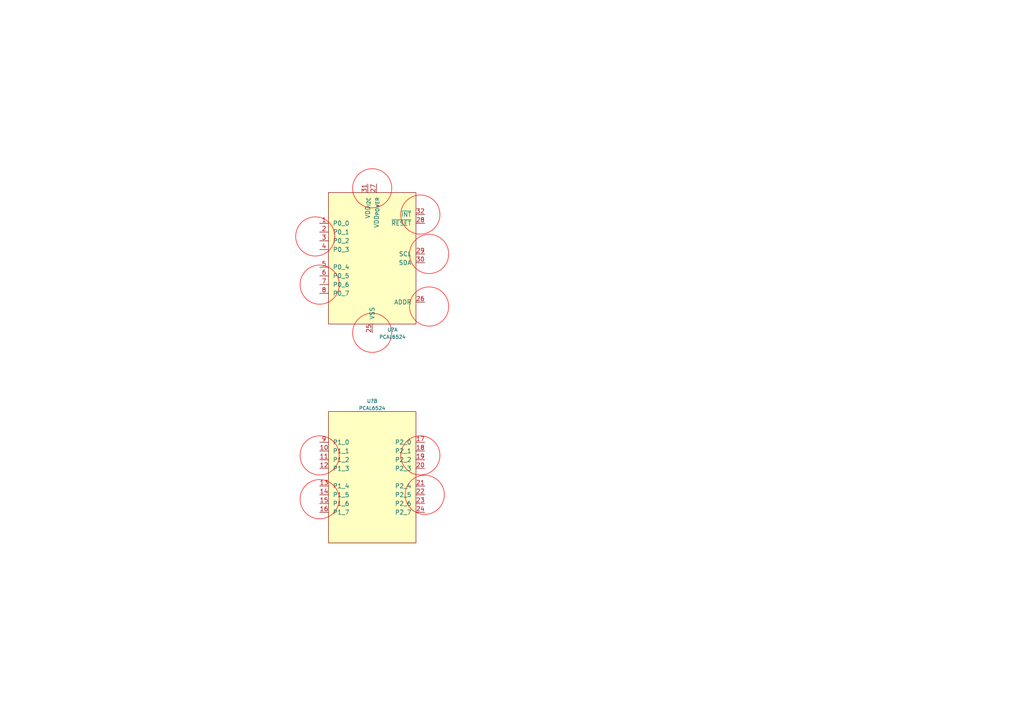
<source format=kicad_sch>
(kicad_sch (version 20230121) (generator eeschema)
  (paper "A4")
  (lib_symbols
    (symbol "0.Project:PCAL6524" (pin_names (offset 1.27))
      (property "Reference" "U" (at 0 0 0))
      (property "Value" "PCAL6524" (at 0 0 0))
      (symbol "PCAL6524_0_0"
        (pin bidirectional line (at 12.7 -40.64 90) (length 2.54) hide (name "VSS") (number "EPAD"))
      )
      (symbol "PCAL6524_0_1"
        (rectangle (start 0 0) (end 25.4 -38.1) (fill (type background)))
      )
      (symbol "PCAL6524_1_1"
        (pin bidirectional line (at -2.54 -8.89 0) (length 2.54) (name "P0_0") (number "1"))
        (pin bidirectional line (at -2.54 -11.43 0) (length 2.54) (name "P0_1") (number "2"))
        (pin power_in line (at 12.7 -40.64 90) (length 2.54) (name "VSS") (number "25"))
        (pin passive line (at 27.94 -31.75 180) (length 2.54) (name "ADDR") (number "26"))
        (pin power_in line (at 13.97 2.54 270) (length 2.54) (name "VDD_{POWER}") (number "27"))
        (pin input line (at 27.94 -8.89 180) (length 2.54) (name "~{RESET}") (number "28"))
        (pin input line (at 27.94 -17.78 180) (length 2.54) (name "SCL") (number "29"))
        (pin bidirectional line (at -2.54 -13.97 0) (length 2.54) (name "P0_2") (number "3"))
        (pin bidirectional line (at 27.94 -20.32 180) (length 2.54) (name "SDA") (number "30"))
        (pin input line (at 11.43 2.54 270) (length 2.54) (name "VDD_{I2C}") (number "31"))
        (pin output line (at 27.94 -6.35 180) (length 2.54) (name "~{INT}") (number "32"))
        (pin bidirectional line (at -2.54 -16.51 0) (length 2.54) (name "P0_3") (number "4"))
        (pin bidirectional line (at -2.54 -21.59 0) (length 2.54) (name "P0_4") (number "5"))
        (pin bidirectional line (at -2.54 -24.13 0) (length 2.54) (name "P0_5") (number "6"))
        (pin bidirectional line (at -2.54 -26.67 0) (length 2.54) (name "P0_6") (number "7"))
        (pin bidirectional line (at -2.54 -29.21 0) (length 2.54) (name "P0_7") (number "8"))
      )
      (symbol "PCAL6524_2_1"
        (pin bidirectional line (at -2.54 -11.43 0) (length 2.54) (name "P1_1") (number "10"))
        (pin bidirectional line (at -2.54 -13.97 0) (length 2.54) (name "P1_2") (number "11"))
        (pin bidirectional line (at -2.54 -16.51 0) (length 2.54) (name "P1_3") (number "12"))
        (pin bidirectional line (at -2.54 -21.59 0) (length 2.54) (name "P1_4") (number "13"))
        (pin bidirectional line (at -2.54 -24.13 0) (length 2.54) (name "P1_5") (number "14"))
        (pin bidirectional line (at -2.54 -26.67 0) (length 2.54) (name "P1_6") (number "15"))
        (pin bidirectional line (at -2.54 -29.21 0) (length 2.54) (name "P1_7") (number "16"))
        (pin bidirectional line (at 27.94 -8.89 180) (length 2.54) (name "P2_0") (number "17"))
        (pin bidirectional line (at 27.94 -11.43 180) (length 2.54) (name "P2_1") (number "18"))
        (pin bidirectional line (at 27.94 -13.97 180) (length 2.54) (name "P2_2") (number "19"))
        (pin bidirectional line (at 27.94 -16.51 180) (length 2.54) (name "P2_3") (number "20"))
        (pin bidirectional line (at 27.94 -21.59 180) (length 2.54) (name "P2_4") (number "21"))
        (pin bidirectional line (at 27.94 -24.13 180) (length 2.54) (name "P2_5") (number "22"))
        (pin bidirectional line (at 27.94 -26.67 180) (length 2.54) (name "P2_6") (number "23"))
        (pin bidirectional line (at 27.94 -29.21 180) (length 2.54) (name "P2_7") (number "24"))
        (pin bidirectional line (at -2.54 -8.89 0) (length 2.54) (name "P1_0") (number "9"))
      )
    )
    (symbol "PCAL6524_1" (pin_names (offset 1.27))
      (property "Reference" "U" (at 0 0 0))
      (property "Value" "PCAL6524_1" (at 0 0 0))
      (symbol "PCAL6524_1_0_0"
        (pin bidirectional line (at 12.7 -40.64 90) (length 2.54) hide (name "VSS") (number "EPAD"))
      )
      (symbol "PCAL6524_1_0_1"
        (rectangle (start 0 0) (end 25.4 -38.1) (fill (type background)))
      )
      (symbol "PCAL6524_1_1_1"
        (pin bidirectional line (at -2.54 -8.89 0) (length 2.54) (name "P0_0") (number "1"))
        (pin bidirectional line (at -2.54 -11.43 0) (length 2.54) (name "P0_1") (number "2"))
        (pin power_in line (at 12.7 -40.64 90) (length 2.54) (name "VSS") (number "25"))
        (pin passive line (at 27.94 -31.75 180) (length 2.54) (name "ADDR") (number "26"))
        (pin power_in line (at 13.97 2.54 270) (length 2.54) (name "VDD_{POWER}") (number "27"))
        (pin input line (at 27.94 -8.89 180) (length 2.54) (name "~{RESET}") (number "28"))
        (pin input line (at 27.94 -17.78 180) (length 2.54) (name "SCL") (number "29"))
        (pin bidirectional line (at -2.54 -13.97 0) (length 2.54) (name "P0_2") (number "3"))
        (pin bidirectional line (at 27.94 -20.32 180) (length 2.54) (name "SDA") (number "30"))
        (pin input line (at 11.43 2.54 270) (length 2.54) (name "VDD_{I2C}") (number "31"))
        (pin output line (at 27.94 -6.35 180) (length 2.54) (name "~{INT}") (number "32"))
        (pin bidirectional line (at -2.54 -16.51 0) (length 2.54) (name "P0_3") (number "4"))
        (pin bidirectional line (at -2.54 -21.59 0) (length 2.54) (name "P0_4") (number "5"))
        (pin bidirectional line (at -2.54 -24.13 0) (length 2.54) (name "P0_5") (number "6"))
        (pin bidirectional line (at -2.54 -26.67 0) (length 2.54) (name "P0_6") (number "7"))
        (pin bidirectional line (at -2.54 -29.21 0) (length 2.54) (name "P0_7") (number "8"))
      )
      (symbol "PCAL6524_1_2_1"
        (pin bidirectional line (at -2.54 -11.43 0) (length 2.54) (name "P1_1") (number "10"))
        (pin bidirectional line (at -2.54 -13.97 0) (length 2.54) (name "P1_2") (number "11"))
        (pin bidirectional line (at -2.54 -16.51 0) (length 2.54) (name "P1_3") (number "12"))
        (pin bidirectional line (at -2.54 -21.59 0) (length 2.54) (name "P1_4") (number "13"))
        (pin bidirectional line (at -2.54 -24.13 0) (length 2.54) (name "P1_5") (number "14"))
        (pin bidirectional line (at -2.54 -26.67 0) (length 2.54) (name "P1_6") (number "15"))
        (pin bidirectional line (at -2.54 -29.21 0) (length 2.54) (name "P1_7") (number "16"))
        (pin bidirectional line (at 27.94 -8.89 180) (length 2.54) (name "P2_0") (number "17"))
        (pin bidirectional line (at 27.94 -11.43 180) (length 2.54) (name "P2_1") (number "18"))
        (pin bidirectional line (at 27.94 -13.97 180) (length 2.54) (name "P2_2") (number "19"))
        (pin bidirectional line (at 27.94 -16.51 180) (length 2.54) (name "P2_3") (number "20"))
        (pin bidirectional line (at 27.94 -21.59 180) (length 2.54) (name "P2_4") (number "21"))
        (pin bidirectional line (at 27.94 -24.13 180) (length 2.54) (name "P2_5") (number "22"))
        (pin bidirectional line (at 27.94 -26.67 180) (length 2.54) (name "P2_6") (number "23"))
        (pin bidirectional line (at 27.94 -29.21 180) (length 2.54) (name "P2_7") (number "24"))
        (pin bidirectional line (at -2.54 -8.89 0) (length 2.54) (name "P1_0") (number "9"))
      )
    )
  )
  (circle (center 123.19 143.51) (radius 5.6796) (stroke (width 0) (color 255 0 0 1)))
  (circle (center 92.71 132.08) (radius 5.6796) (stroke (width 0) (color 255 0 0 1)))
  (circle (center 124.46 88.9) (radius 5.6796) (stroke (width 0) (color 255 0 0 1)))
  (circle (center 91.44 68.58) (radius 5.6796) (stroke (width 0) (color 255 0 0 1)))
  (circle (center 107.95 96.52) (radius 5.6796) (stroke (width 0) (color 255 0 0 1)))
  (circle (center 121.92 132.08) (radius 5.6796) (stroke (width 0) (color 255 0 0 1)))
  (circle (center 92.71 144.78) (radius 5.6796) (stroke (width 0) (color 255 0 0 1)))
  (circle (center 121.92 62.23) (radius 5.6796) (stroke (width 0) (color 255 0 0 1)))
  (circle (center 124.46 73.66) (radius 5.6796) (stroke (width 0) (color 255 0 0 1)))
  (circle (center 92.71 82.55) (radius 5.6796) (stroke (width 0) (color 255 0 0 1)))
  (circle (center 107.95 54.61) (radius 5.6796) (stroke (width 0) (color 255 0 0 1)))
  (symbol (lib_id "0.Project:PCAL6524") (at 95.25 119.38 0) (unit 2)
    (property "Reference" "U?" (at 107.95 116.3186 0) (effects (font (size 1.016 1.016))))
    (property "Value" "PCAL6524" (at 107.95 118.399 0) (effects (font (size 1.016 1.016))))
    (property "Footprint" "0:PCAL6524HEHP" (effects hide))
    (property "Datasheet" "https://www.nxp.com/docs/en/data-sheet/PCAL6524.pdf" (effects hide))
  )
  (symbol (lib_name "PCAL6524_1") (lib_id "0.Project:PCAL6524") (at 95.25 55.88 0) (unit 1)
    (property "Reference" "U?" (at 113.8308 95.6552 0) (effects (font (size 1.016 1.016))))
    (property "Value" "PCAL6524" (at 113.8308 97.7356 0) (effects (font (size 1.016 1.016))))
    (property "Footprint" "0:PCAL6524HEHP" (effects hide))
    (property "Datasheet" "https://www.nxp.com/docs/en/data-sheet/PCAL6524.pdf" (effects hide))
  )
)
</source>
